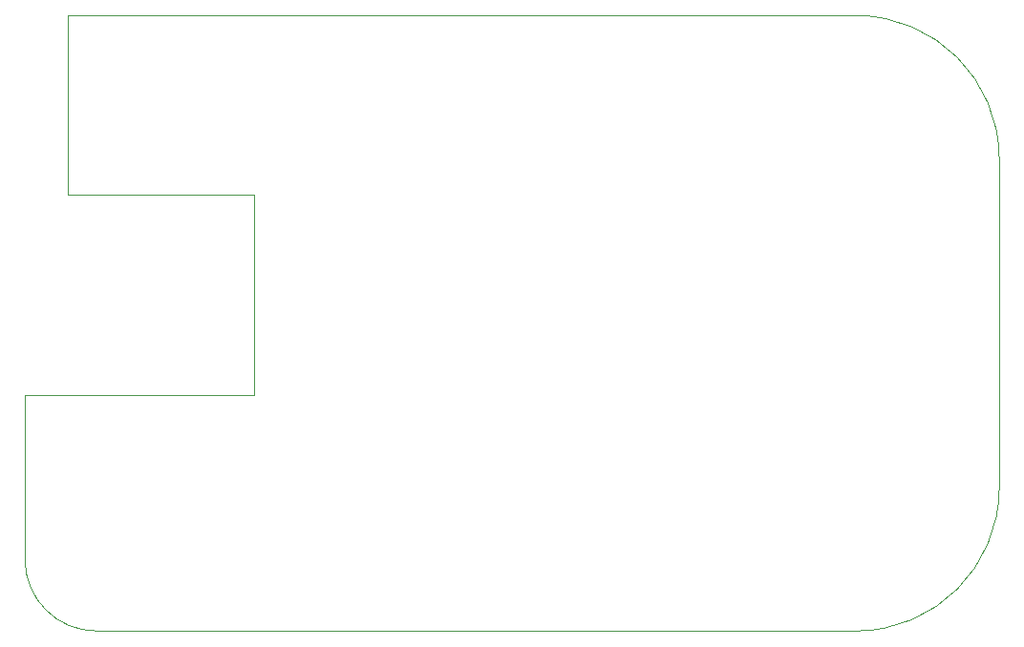
<source format=gbr>
%FSLAX46Y46*%
G04 Gerber Fmt 4.6, Leading zero omitted, Abs format (unit mm)*
G04 Created by KiCad (PCBNEW (2014-09-22 BZR 5144)-product) date Fri 26 Dec 2014 12:55:59 AM CET*
%MOMM*%
G01*
G04 APERTURE LIST*
%ADD10C,0.100000*%
G04 APERTURE END LIST*
D10*
X107315000Y-67310000D02*
X106045000Y-67310000D01*
X107315000Y-83185000D02*
X106045000Y-83185000D01*
X102235000Y-115570000D02*
G75*
G03X108585000Y-121920000I6350000J0D01*
G74*
G01*
X175895000Y-121920000D02*
G75*
G03X188595000Y-109220000I0J12700000D01*
G74*
G01*
X188595000Y-80010000D02*
G75*
G03X175895000Y-67310000I-12700000J0D01*
G74*
G01*
X175895000Y-67310000D02*
X107315000Y-67310000D01*
X188595000Y-109220000D02*
X188595000Y-80010000D01*
X108585000Y-121920000D02*
X175895000Y-121920000D01*
X102235000Y-115570000D02*
X102235000Y-100965000D01*
X122555000Y-100965000D02*
X102235000Y-100965000D01*
X122555000Y-83185000D02*
X122555000Y-100965000D01*
X107315000Y-83185000D02*
X122555000Y-83185000D01*
X106045000Y-67310000D02*
X106045000Y-83185000D01*
M02*

</source>
